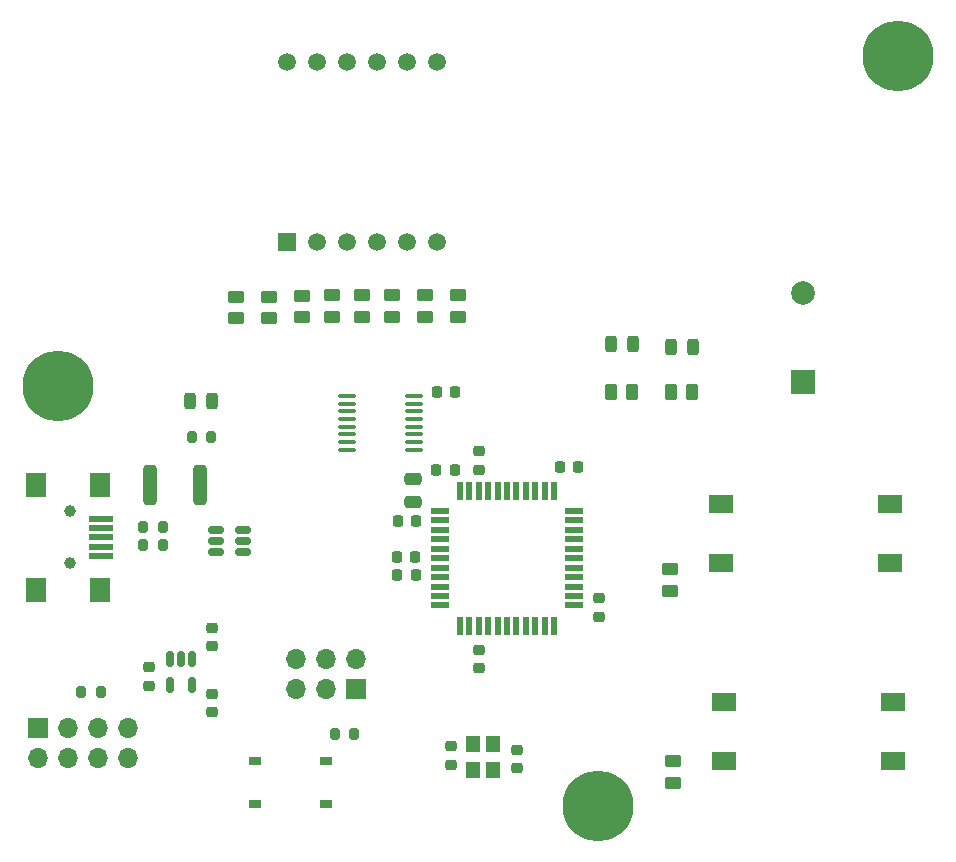
<source format=gbr>
%TF.GenerationSoftware,KiCad,Pcbnew,(7.0.0)*%
%TF.CreationDate,2023-05-03T15:36:06-06:00*%
%TF.ProjectId,Phase_B_ATMEGA_v3,50686173-655f-4425-9f41-544d4547415f,rev?*%
%TF.SameCoordinates,Original*%
%TF.FileFunction,Soldermask,Top*%
%TF.FilePolarity,Negative*%
%FSLAX46Y46*%
G04 Gerber Fmt 4.6, Leading zero omitted, Abs format (unit mm)*
G04 Created by KiCad (PCBNEW (7.0.0)) date 2023-05-03 15:36:06*
%MOMM*%
%LPD*%
G01*
G04 APERTURE LIST*
G04 Aperture macros list*
%AMRoundRect*
0 Rectangle with rounded corners*
0 $1 Rounding radius*
0 $2 $3 $4 $5 $6 $7 $8 $9 X,Y pos of 4 corners*
0 Add a 4 corners polygon primitive as box body*
4,1,4,$2,$3,$4,$5,$6,$7,$8,$9,$2,$3,0*
0 Add four circle primitives for the rounded corners*
1,1,$1+$1,$2,$3*
1,1,$1+$1,$4,$5*
1,1,$1+$1,$6,$7*
1,1,$1+$1,$8,$9*
0 Add four rect primitives between the rounded corners*
20,1,$1+$1,$2,$3,$4,$5,0*
20,1,$1+$1,$4,$5,$6,$7,0*
20,1,$1+$1,$6,$7,$8,$9,0*
20,1,$1+$1,$8,$9,$2,$3,0*%
G04 Aperture macros list end*
%ADD10R,1.700000X1.700000*%
%ADD11O,1.700000X1.700000*%
%ADD12RoundRect,0.200000X0.200000X0.275000X-0.200000X0.275000X-0.200000X-0.275000X0.200000X-0.275000X0*%
%ADD13RoundRect,0.200000X-0.200000X-0.275000X0.200000X-0.275000X0.200000X0.275000X-0.200000X0.275000X0*%
%ADD14RoundRect,0.225000X0.250000X-0.225000X0.250000X0.225000X-0.250000X0.225000X-0.250000X-0.225000X0*%
%ADD15C,3.400000*%
%ADD16C,6.000000*%
%ADD17RoundRect,0.250000X-0.450000X0.262500X-0.450000X-0.262500X0.450000X-0.262500X0.450000X0.262500X0*%
%ADD18RoundRect,0.243750X-0.243750X-0.456250X0.243750X-0.456250X0.243750X0.456250X-0.243750X0.456250X0*%
%ADD19RoundRect,0.225000X-0.250000X0.225000X-0.250000X-0.225000X0.250000X-0.225000X0.250000X0.225000X0*%
%ADD20R,2.000000X2.000000*%
%ADD21C,2.000000*%
%ADD22RoundRect,0.250000X0.450000X-0.262500X0.450000X0.262500X-0.450000X0.262500X-0.450000X-0.262500X0*%
%ADD23C,1.000000*%
%ADD24R,2.000000X0.500000*%
%ADD25R,1.700000X2.000000*%
%ADD26RoundRect,0.225000X0.225000X0.250000X-0.225000X0.250000X-0.225000X-0.250000X0.225000X-0.250000X0*%
%ADD27R,1.200000X1.400000*%
%ADD28RoundRect,0.250000X-0.312500X-1.450000X0.312500X-1.450000X0.312500X1.450000X-0.312500X1.450000X0*%
%ADD29RoundRect,0.225000X-0.225000X-0.250000X0.225000X-0.250000X0.225000X0.250000X-0.225000X0.250000X0*%
%ADD30RoundRect,0.250000X0.475000X-0.250000X0.475000X0.250000X-0.475000X0.250000X-0.475000X-0.250000X0*%
%ADD31RoundRect,0.250000X-0.262500X-0.450000X0.262500X-0.450000X0.262500X0.450000X-0.262500X0.450000X0*%
%ADD32R,2.000000X1.500000*%
%ADD33RoundRect,0.150000X-0.150000X0.512500X-0.150000X-0.512500X0.150000X-0.512500X0.150000X0.512500X0*%
%ADD34R,1.500000X0.550000*%
%ADD35R,0.550000X1.500000*%
%ADD36RoundRect,0.100000X-0.637500X-0.100000X0.637500X-0.100000X0.637500X0.100000X-0.637500X0.100000X0*%
%ADD37RoundRect,0.243750X0.243750X0.456250X-0.243750X0.456250X-0.243750X-0.456250X0.243750X-0.456250X0*%
%ADD38RoundRect,0.150000X-0.512500X-0.150000X0.512500X-0.150000X0.512500X0.150000X-0.512500X0.150000X0*%
%ADD39R,1.500000X1.500000*%
%ADD40C,1.500000*%
%ADD41R,1.000000X0.700000*%
G04 APERTURE END LIST*
D10*
%TO.C,J1*%
X124243999Y-137373999D03*
D11*
X124243999Y-134833999D03*
X121703999Y-137373999D03*
X121703999Y-134833999D03*
X119163999Y-137373999D03*
X119163999Y-134833999D03*
%TD*%
D12*
%TO.C,R17*%
X102679000Y-137668000D03*
X101029000Y-137668000D03*
%TD*%
D13*
%TO.C,R15*%
X106247000Y-123698000D03*
X107897000Y-123698000D03*
%TD*%
D12*
%TO.C,R13*%
X124116000Y-141184000D03*
X122466000Y-141184000D03*
%TD*%
D14*
%TO.C,C12*%
X134658000Y-118832000D03*
X134658000Y-117282000D03*
%TD*%
D15*
%TO.C,REF\u002A\u002A*%
X99060000Y-111760000D03*
D16*
X99060000Y-111760000D03*
%TD*%
D17*
%TO.C,R2*%
X151130000Y-143510000D03*
X151130000Y-145335000D03*
%TD*%
D18*
%TO.C,D2*%
X150914000Y-108418000D03*
X152789000Y-108418000D03*
%TD*%
D19*
%TO.C,C3*%
X132296000Y-142267000D03*
X132296000Y-143817000D03*
%TD*%
D20*
%TO.C,LS1*%
X162089999Y-111455999D03*
D21*
X162090000Y-103856000D03*
%TD*%
D22*
%TO.C,R6*%
X122212000Y-105878000D03*
X122212000Y-104053000D03*
%TD*%
D23*
%TO.C,J2*%
X100016000Y-122382000D03*
X100016000Y-126782000D03*
D24*
X102715999Y-122981999D03*
X102715999Y-123781999D03*
X102715999Y-124581999D03*
X102715999Y-125381999D03*
X102715999Y-126181999D03*
D25*
X102615999Y-120131999D03*
X97165999Y-120131999D03*
X102615999Y-129031999D03*
X97165999Y-129031999D03*
%TD*%
D14*
%TO.C,C13*%
X112107500Y-133764500D03*
X112107500Y-132214500D03*
%TD*%
D26*
%TO.C,C6*%
X129337000Y-123150000D03*
X127787000Y-123150000D03*
%TD*%
D27*
%TO.C,Y1*%
X135855999Y-144307999D03*
X135855999Y-142107999D03*
X134155999Y-142107999D03*
X134155999Y-144307999D03*
%TD*%
D22*
%TO.C,R8*%
X119672000Y-105925000D03*
X119672000Y-104100000D03*
%TD*%
%TO.C,R11*%
X127292000Y-105878000D03*
X127292000Y-104053000D03*
%TD*%
%TO.C,R9*%
X116878000Y-106028500D03*
X116878000Y-104203500D03*
%TD*%
D28*
%TO.C,F1*%
X106818000Y-120142000D03*
X111093000Y-120142000D03*
%TD*%
D22*
%TO.C,R12*%
X130086000Y-105878000D03*
X130086000Y-104053000D03*
%TD*%
D19*
%TO.C,C5*%
X144818000Y-129728000D03*
X144818000Y-131278000D03*
%TD*%
D29*
%TO.C,C4*%
X141516000Y-118578000D03*
X143066000Y-118578000D03*
%TD*%
D19*
%TO.C,C2*%
X137884000Y-142534000D03*
X137884000Y-144084000D03*
%TD*%
D30*
%TO.C,C8*%
X129070000Y-121560000D03*
X129070000Y-119660000D03*
%TD*%
D22*
%TO.C,R5*%
X132880000Y-105878000D03*
X132880000Y-104053000D03*
%TD*%
D19*
%TO.C,C7*%
X134658000Y-134072000D03*
X134658000Y-135622000D03*
%TD*%
D31*
%TO.C,R4*%
X150914000Y-112228000D03*
X152739000Y-112228000D03*
%TD*%
D10*
%TO.C,J3*%
X97319999Y-140675999D03*
D11*
X97319999Y-143215999D03*
X99859999Y-140675999D03*
X99859999Y-143215999D03*
X102399999Y-140675999D03*
X102399999Y-143215999D03*
X104939999Y-140675999D03*
X104939999Y-143215999D03*
%TD*%
D29*
%TO.C,C1*%
X131102000Y-112228000D03*
X132652000Y-112228000D03*
%TD*%
D22*
%TO.C,R7*%
X124752000Y-105878000D03*
X124752000Y-104053000D03*
%TD*%
D17*
%TO.C,R1*%
X150876000Y-127254000D03*
X150876000Y-129079000D03*
%TD*%
D32*
%TO.C,S2*%
X169709999Y-143469999D03*
X155409999Y-143469999D03*
X169709999Y-138469999D03*
X155409999Y-138469999D03*
%TD*%
D18*
%TO.C,D1*%
X145834000Y-108164000D03*
X147709000Y-108164000D03*
%TD*%
D33*
%TO.C,U5*%
X110396000Y-134834000D03*
X109446000Y-134834000D03*
X108496000Y-134834000D03*
X108496000Y-137109000D03*
X110396000Y-137109000D03*
%TD*%
D26*
%TO.C,C9*%
X129298000Y-126198000D03*
X127748000Y-126198000D03*
%TD*%
D34*
%TO.C,U3*%
X131357999Y-122339999D03*
X131357999Y-123139999D03*
X131357999Y-123939999D03*
X131357999Y-124739999D03*
X131357999Y-125539999D03*
X131357999Y-126339999D03*
X131357999Y-127139999D03*
X131357999Y-127939999D03*
X131357999Y-128739999D03*
X131357999Y-129539999D03*
X131357999Y-130339999D03*
D35*
X133057999Y-132039999D03*
X133857999Y-132039999D03*
X134657999Y-132039999D03*
X135457999Y-132039999D03*
X136257999Y-132039999D03*
X137057999Y-132039999D03*
X137857999Y-132039999D03*
X138657999Y-132039999D03*
X139457999Y-132039999D03*
X140257999Y-132039999D03*
X141057999Y-132039999D03*
D34*
X142757999Y-130339999D03*
X142757999Y-129539999D03*
X142757999Y-128739999D03*
X142757999Y-127939999D03*
X142757999Y-127139999D03*
X142757999Y-126339999D03*
X142757999Y-125539999D03*
X142757999Y-124739999D03*
X142757999Y-123939999D03*
X142757999Y-123139999D03*
X142757999Y-122339999D03*
D35*
X141057999Y-120639999D03*
X140257999Y-120639999D03*
X139457999Y-120639999D03*
X138657999Y-120639999D03*
X137857999Y-120639999D03*
X137057999Y-120639999D03*
X136257999Y-120639999D03*
X135457999Y-120639999D03*
X134657999Y-120639999D03*
X133857999Y-120639999D03*
X133057999Y-120639999D03*
%TD*%
D36*
%TO.C,U2*%
X123482000Y-112594000D03*
X123482000Y-113244000D03*
X123482000Y-113894000D03*
X123482000Y-114544000D03*
X123482000Y-115194000D03*
X123482000Y-115844000D03*
X123482000Y-116494000D03*
X123482000Y-117144000D03*
X129207000Y-117144000D03*
X129207000Y-116494000D03*
X129207000Y-115844000D03*
X129207000Y-115194000D03*
X129207000Y-114544000D03*
X129207000Y-113894000D03*
X129207000Y-113244000D03*
X129207000Y-112594000D03*
%TD*%
D37*
%TO.C,D3*%
X112073500Y-113030000D03*
X110198500Y-113030000D03*
%TD*%
D26*
%TO.C,C11*%
X132626000Y-118832000D03*
X131076000Y-118832000D03*
%TD*%
D15*
%TO.C,REF\u002A\u002A*%
X144780000Y-147320000D03*
D16*
X144780000Y-147320000D03*
%TD*%
D19*
%TO.C,C14*%
X112107500Y-137802500D03*
X112107500Y-139352500D03*
%TD*%
D38*
%TO.C,U4*%
X112406000Y-123952000D03*
X112406000Y-124902000D03*
X112406000Y-125852000D03*
X114681000Y-125852000D03*
X114681000Y-124902000D03*
X114681000Y-123952000D03*
%TD*%
D12*
%TO.C,R16*%
X112024000Y-116078000D03*
X110374000Y-116078000D03*
%TD*%
D26*
%TO.C,C10*%
X129324000Y-127722000D03*
X127774000Y-127722000D03*
%TD*%
D31*
%TO.C,R3*%
X145834000Y-112228000D03*
X147659000Y-112228000D03*
%TD*%
D15*
%TO.C,REF\u002A\u002A*%
X170180000Y-83820000D03*
D16*
X170180000Y-83820000D03*
%TD*%
D13*
%TO.C,R14*%
X106244648Y-125237120D03*
X107894648Y-125237120D03*
%TD*%
D14*
%TO.C,C15*%
X106718000Y-137133000D03*
X106718000Y-135583000D03*
%TD*%
D39*
%TO.C,U1*%
X118401999Y-99527999D03*
D40*
X120942000Y-99528000D03*
X123482000Y-99528000D03*
X126022000Y-99528000D03*
X128562000Y-99528000D03*
X131102000Y-99528000D03*
X131102000Y-84288000D03*
X128562000Y-84288000D03*
X126022000Y-84288000D03*
X123482000Y-84288000D03*
X120942000Y-84288000D03*
X118402000Y-84288000D03*
%TD*%
D22*
%TO.C,R10*%
X114084000Y-106028500D03*
X114084000Y-104203500D03*
%TD*%
D32*
%TO.C,S1*%
X169455999Y-126705999D03*
X155155999Y-126705999D03*
X169455999Y-121705999D03*
X155155999Y-121705999D03*
%TD*%
D41*
%TO.C,S3*%
X115703999Y-143469999D03*
X121703999Y-143469999D03*
X115703999Y-147169999D03*
X121703999Y-147169999D03*
%TD*%
M02*

</source>
